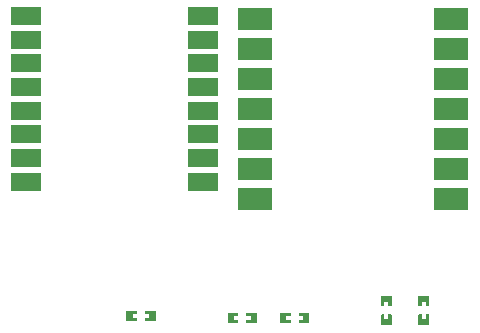
<source format=gtp>
G04 Layer: TopPasteMaskLayer*
G04 EasyEDA Pro v2.2.37.7, 2025-04-12 19:39:53*
G04 Gerber Generator version 0.3*
G04 Scale: 100 percent, Rotated: No, Reflected: No*
G04 Dimensions in millimeters*
G04 Leading zeros omitted, absolute positions, 4 integers and 5 decimals*
%FSLAX45Y45*%
%MOMM*%
%ADD10R,2.49999X1.5*%
%ADD11R,2.99999X1.9*%
G75*


G04 PolygonModel Start*
G36*
G01X-8986398Y2076999D02*
G01X-9066398Y2076999D01*
G01X-9071399Y2071997D01*
G01X-9071399Y2049201D01*
G01X-9034399Y2049201D01*
G01X-9034399Y2016201D01*
G01X-9071399Y2016201D01*
G01X-9071399Y1991998D01*
G01X-9066398Y1986999D01*
G01X-8986398Y1986999D01*
G01X-8981399Y1991998D01*
G01X-8981399Y2071997D01*
G01X-8986398Y2076999D01*
G37*
G36*
G01X-9225402Y1987001D02*
G01X-9145402Y1987001D01*
G01X-9140401Y1992003D01*
G01X-9140401Y2014799D01*
G01X-9177401Y2014799D01*
G01X-9177401Y2047799D01*
G01X-9140401Y2047799D01*
G01X-9140401Y2072002D01*
G01X-9145402Y2077001D01*
G01X-9225402Y2077001D01*
G01X-9230401Y2072002D01*
G01X-9230401Y1992003D01*
G01X-9225402Y1987001D01*
G37*
G36*
G01X-8541898Y2076999D02*
G01X-8621898Y2076999D01*
G01X-8626899Y2071997D01*
G01X-8626899Y2049201D01*
G01X-8589899Y2049201D01*
G01X-8589899Y2016201D01*
G01X-8626899Y2016201D01*
G01X-8626899Y1991998D01*
G01X-8621898Y1986999D01*
G01X-8541898Y1986999D01*
G01X-8536899Y1991998D01*
G01X-8536899Y2071997D01*
G01X-8541898Y2076999D01*
G37*
G36*
G01X-8780902Y1987001D02*
G01X-8700902Y1987001D01*
G01X-8695901Y1992003D01*
G01X-8695901Y2014799D01*
G01X-8732901Y2014799D01*
G01X-8732901Y2047799D01*
G01X-8695901Y2047799D01*
G01X-8695901Y2072002D01*
G01X-8700902Y2077001D01*
G01X-8780902Y2077001D01*
G01X-8785901Y2072002D01*
G01X-8785901Y1992003D01*
G01X-8780902Y1987001D01*
G37*
G36*
G01X-9843569Y2092720D02*
G01X-9923569Y2092720D01*
G01X-9928570Y2087719D01*
G01X-9928570Y2064922D01*
G01X-9891570Y2064922D01*
G01X-9891570Y2031923D01*
G01X-9928570Y2031923D01*
G01X-9928570Y2007719D01*
G01X-9923569Y2002720D01*
G01X-9843569Y2002720D01*
G01X-9838571Y2007719D01*
G01X-9838571Y2087719D01*
G01X-9843569Y2092720D01*
G37*
G36*
G01X-10082573Y2002723D02*
G01X-10002573Y2002723D01*
G01X-9997572Y2007724D01*
G01X-9997572Y2030521D01*
G01X-10034572Y2030521D01*
G01X-10034572Y2063520D01*
G01X-9997572Y2063520D01*
G01X-9997572Y2087724D01*
G01X-10002573Y2092723D01*
G01X-10082573Y2092723D01*
G01X-10087572Y2087724D01*
G01X-10087572Y2007724D01*
G01X-10082573Y2002723D01*
G37*
G36*
G01X-7931699Y2215002D02*
G01X-7931699Y2135002D01*
G01X-7926697Y2130001D01*
G01X-7903901Y2130001D01*
G01X-7903901Y2167001D01*
G01X-7870901Y2167001D01*
G01X-7870901Y2130001D01*
G01X-7846698Y2130001D01*
G01X-7841699Y2135002D01*
G01X-7841699Y2215002D01*
G01X-7846698Y2220001D01*
G01X-7926697Y2220001D01*
G01X-7931699Y2215002D01*
G37*
G36*
G01X-7841701Y1975998D02*
G01X-7841701Y2055998D01*
G01X-7846703Y2060999D01*
G01X-7869499Y2060999D01*
G01X-7869499Y2023999D01*
G01X-7902499Y2023999D01*
G01X-7902499Y2060999D01*
G01X-7926702Y2060999D01*
G01X-7931701Y2055998D01*
G01X-7931701Y1975998D01*
G01X-7926702Y1970999D01*
G01X-7846703Y1970999D01*
G01X-7841701Y1975998D01*
G37*
G36*
G01X-7614199Y2215002D02*
G01X-7614199Y2135002D01*
G01X-7609197Y2130001D01*
G01X-7586401Y2130001D01*
G01X-7586401Y2167001D01*
G01X-7553401Y2167001D01*
G01X-7553401Y2130001D01*
G01X-7529198Y2130001D01*
G01X-7524199Y2135002D01*
G01X-7524199Y2215002D01*
G01X-7529198Y2220001D01*
G01X-7609197Y2220001D01*
G01X-7614199Y2215002D01*
G37*
G36*
G01X-7524201Y1975998D02*
G01X-7524201Y2055998D01*
G01X-7529203Y2060999D01*
G01X-7551999Y2060999D01*
G01X-7551999Y2023999D01*
G01X-7584999Y2023999D01*
G01X-7584999Y2060999D01*
G01X-7609202Y2060999D01*
G01X-7614201Y2055998D01*
G01X-7614201Y1975998D01*
G01X-7609202Y1970999D01*
G01X-7529203Y1970999D01*
G01X-7524201Y1975998D01*
G37*

G04 Pad Start*
G54D10*
G01X-10935398Y4586199D03*
G01X-10935398Y4386199D03*
G01X-10935398Y4186199D03*
G01X-10935398Y3986200D03*
G01X-10935398Y3786200D03*
G01X-10935398Y3586201D03*
G01X-10935398Y3386201D03*
G01X-10935398Y3186201D03*
G01X-9435401Y3186201D03*
G01X-9435401Y3386201D03*
G01X-9435401Y3586201D03*
G01X-9435401Y3786200D03*
G01X-9435401Y3986200D03*
G01X-9435401Y4186199D03*
G01X-9435401Y4386199D03*
G01X-9435401Y4586199D03*
G54D11*
G01X-7336102Y3035303D03*
G01X-7336102Y3289300D03*
G01X-7336102Y3543300D03*
G01X-7336102Y3797300D03*
G01X-7336102Y4051300D03*
G01X-7336102Y4305300D03*
G01X-7336102Y4559297D03*
G01X-8996096Y4559297D03*
G01X-8996096Y4305300D03*
G01X-8996096Y4051300D03*
G01X-8996096Y3797300D03*
G01X-8996096Y3543300D03*
G01X-8996096Y3289300D03*
G01X-8996096Y3035303D03*
G04 Pad End*

M02*


</source>
